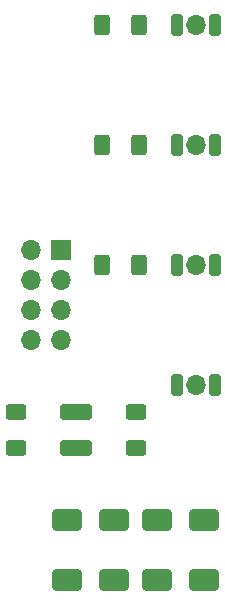
<source format=gbr>
%TF.GenerationSoftware,KiCad,Pcbnew,8.0.3-8.0.3-0~ubuntu22.04.1*%
%TF.CreationDate,2024-08-09T14:07:44+03:00*%
%TF.ProjectId,PM-PS-AC230-front,504d2d50-532d-4414-9332-33302d66726f,rev?*%
%TF.SameCoordinates,Original*%
%TF.FileFunction,Soldermask,Bot*%
%TF.FilePolarity,Negative*%
%FSLAX46Y46*%
G04 Gerber Fmt 4.6, Leading zero omitted, Abs format (unit mm)*
G04 Created by KiCad (PCBNEW 8.0.3-8.0.3-0~ubuntu22.04.1) date 2024-08-09 14:07:44*
%MOMM*%
%LPD*%
G01*
G04 APERTURE LIST*
G04 Aperture macros list*
%AMRoundRect*
0 Rectangle with rounded corners*
0 $1 Rounding radius*
0 $2 $3 $4 $5 $6 $7 $8 $9 X,Y pos of 4 corners*
0 Add a 4 corners polygon primitive as box body*
4,1,4,$2,$3,$4,$5,$6,$7,$8,$9,$2,$3,0*
0 Add four circle primitives for the rounded corners*
1,1,$1+$1,$2,$3*
1,1,$1+$1,$4,$5*
1,1,$1+$1,$6,$7*
1,1,$1+$1,$8,$9*
0 Add four rect primitives between the rounded corners*
20,1,$1+$1,$2,$3,$4,$5,0*
20,1,$1+$1,$4,$5,$6,$7,0*
20,1,$1+$1,$6,$7,$8,$9,0*
20,1,$1+$1,$8,$9,$2,$3,0*%
G04 Aperture macros list end*
%ADD10R,1.700000X1.700000*%
%ADD11O,1.700000X1.700000*%
%ADD12RoundRect,0.250000X-0.400000X-0.625000X0.400000X-0.625000X0.400000X0.625000X-0.400000X0.625000X0*%
%ADD13RoundRect,0.250000X-0.625000X0.400000X-0.625000X-0.400000X0.625000X-0.400000X0.625000X0.400000X0*%
%ADD14RoundRect,0.250000X1.000000X0.650000X-1.000000X0.650000X-1.000000X-0.650000X1.000000X-0.650000X0*%
%ADD15RoundRect,0.190000X0.285000X0.710000X-0.285000X0.710000X-0.285000X-0.710000X0.285000X-0.710000X0*%
%ADD16RoundRect,0.190000X-0.285000X-0.710000X0.285000X-0.710000X0.285000X0.710000X-0.285000X0.710000X0*%
%ADD17RoundRect,0.250000X-1.100000X0.412500X-1.100000X-0.412500X1.100000X-0.412500X1.100000X0.412500X0*%
G04 APERTURE END LIST*
D10*
%TO.C,J1*%
X66040000Y-96520000D03*
D11*
X63500000Y-96520000D03*
X66040000Y-99060000D03*
X63500000Y-99060000D03*
X66040000Y-101600000D03*
X63500000Y-101600000D03*
X66040000Y-104140000D03*
X63500000Y-104140000D03*
%TD*%
D12*
%TO.C,R4*%
X69570000Y-87630000D03*
X72670000Y-87630000D03*
%TD*%
D13*
%TO.C,R1*%
X72390000Y-110210000D03*
X72390000Y-113310000D03*
%TD*%
D14*
%TO.C,D1*%
X70580000Y-119380000D03*
X66580000Y-119380000D03*
%TD*%
D11*
%TO.C,D5*%
X77470000Y-97790000D03*
D15*
X79070000Y-97790000D03*
X75870000Y-97790000D03*
%TD*%
D11*
%TO.C,D7*%
X77470000Y-87630000D03*
D15*
X79070000Y-87630000D03*
X75870000Y-87630000D03*
%TD*%
D14*
%TO.C,D3*%
X70580000Y-124460000D03*
X66580000Y-124460000D03*
%TD*%
D12*
%TO.C,R5*%
X69570000Y-97790000D03*
X72670000Y-97790000D03*
%TD*%
D14*
%TO.C,D4*%
X78200000Y-124460000D03*
X74200000Y-124460000D03*
%TD*%
D13*
%TO.C,R2*%
X62230000Y-110210000D03*
X62230000Y-113310000D03*
%TD*%
D11*
%TO.C,D8*%
X77470000Y-107950000D03*
D16*
X75870000Y-107950000D03*
X79070000Y-107950000D03*
%TD*%
D12*
%TO.C,R3*%
X69570000Y-77470000D03*
X72670000Y-77470000D03*
%TD*%
D14*
%TO.C,D2*%
X78200000Y-119380000D03*
X74200000Y-119380000D03*
%TD*%
D17*
%TO.C,C1*%
X67310000Y-110197500D03*
X67310000Y-113322500D03*
%TD*%
D11*
%TO.C,D6*%
X77470000Y-77470000D03*
D15*
X79070000Y-77470000D03*
X75870000Y-77470000D03*
%TD*%
M02*

</source>
